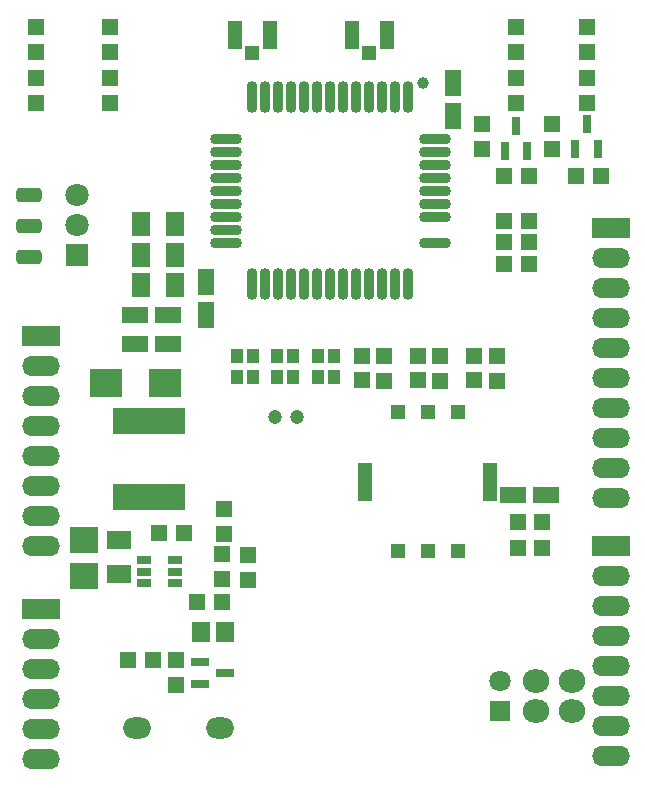
<source format=gbr>
G04*
G04 #@! TF.GenerationSoftware,Altium Limited,Altium Designer,24.2.2 (26)*
G04*
G04 Layer_Color=8388736*
%FSLAX44Y44*%
%MOMM*%
G71*
G04*
G04 #@! TF.SameCoordinates,D4777117-7EC2-4350-9FDB-5EFC8E967FA0*
G04*
G04*
G04 #@! TF.FilePolarity,Negative*
G04*
G01*
G75*
%ADD44R,1.2032X0.7532*%
%ADD45R,1.2032X0.7532*%
%ADD46O,2.4000X1.8000*%
%ADD47R,1.5032X0.8032*%
%ADD48R,0.8032X1.5032*%
%ADD49O,2.7032X0.9032*%
%ADD50O,0.9032X2.7032*%
%ADD51R,6.2032X2.2032*%
%ADD52R,1.2032X1.3032*%
%ADD53R,1.2032X3.2032*%
%ADD54R,1.2032X1.2532*%
%ADD55R,1.2532X2.4032*%
%ADD56R,1.4032X1.4032*%
%ADD57R,1.4032X2.2032*%
%ADD58R,2.2032X1.4032*%
%ADD59R,2.8032X2.4032*%
%ADD60R,2.4032X2.2032*%
%ADD61R,1.4032X1.4032*%
G04:AMPARAMS|DCode=62|XSize=1.2032mm|YSize=2.2032mm|CornerRadius=0.3516mm|HoleSize=0mm|Usage=FLASHONLY|Rotation=90.000|XOffset=0mm|YOffset=0mm|HoleType=Round|Shape=RoundedRectangle|*
%AMROUNDEDRECTD62*
21,1,1.2032,1.5000,0,0,90.0*
21,1,0.5000,2.2032,0,0,90.0*
1,1,0.7032,0.7500,0.2500*
1,1,0.7032,0.7500,-0.2500*
1,1,0.7032,-0.7500,-0.2500*
1,1,0.7032,-0.7500,0.2500*
%
%ADD62ROUNDEDRECTD62*%
%ADD63R,1.1032X1.2032*%
%ADD64R,2.0032X1.5032*%
%ADD65R,1.6032X1.7032*%
%ADD66R,1.5032X2.0032*%
%ADD67O,2.2352X1.9812*%
%ADD68O,3.2032X1.7032*%
%ADD69R,3.2032X1.7032*%
%ADD70R,1.9812X1.8542*%
%ADD71O,1.9812X1.8542*%
%ADD72C,1.2032*%
%ADD73C,1.8032*%
%ADD74R,1.8032X1.8032*%
%ADD75C,1.0032*%
D44*
X137460Y210820D02*
D03*
Y201320D02*
D03*
X111460D02*
D03*
Y210820D02*
D03*
X137460Y220320D02*
D03*
D45*
X111460Y220320D02*
D03*
D46*
X105970Y78740D02*
D03*
X175970D02*
D03*
D47*
X179750Y125120D02*
D03*
X158750Y115620D02*
D03*
Y134620D02*
D03*
D48*
X426720Y588350D02*
D03*
X436220Y567350D02*
D03*
X417220D02*
D03*
X486410Y589620D02*
D03*
X495910Y568620D02*
D03*
X476910D02*
D03*
D49*
X180740Y489400D02*
D03*
Y500400D02*
D03*
Y511400D02*
D03*
Y522400D02*
D03*
Y533400D02*
D03*
Y544400D02*
D03*
Y555400D02*
D03*
Y566400D02*
D03*
Y577400D02*
D03*
X357740D02*
D03*
Y566400D02*
D03*
Y555400D02*
D03*
Y544400D02*
D03*
Y533400D02*
D03*
Y522400D02*
D03*
Y511400D02*
D03*
Y489400D02*
D03*
D50*
X203240Y612400D02*
D03*
X214240D02*
D03*
X225240D02*
D03*
X236240D02*
D03*
X247240D02*
D03*
X258240D02*
D03*
X269240D02*
D03*
X280240D02*
D03*
X291240D02*
D03*
X302240D02*
D03*
X313240D02*
D03*
X324240D02*
D03*
X335240D02*
D03*
Y454400D02*
D03*
X324240D02*
D03*
X313240D02*
D03*
X302240D02*
D03*
X291240D02*
D03*
X280240D02*
D03*
X269240D02*
D03*
X258240D02*
D03*
X247240D02*
D03*
X236240D02*
D03*
X225240D02*
D03*
X214240D02*
D03*
X203240D02*
D03*
D51*
X115570Y338070D02*
D03*
Y274070D02*
D03*
D52*
X377190Y228020D02*
D03*
X351790D02*
D03*
X326390D02*
D03*
X377190Y346020D02*
D03*
X351790D02*
D03*
X326390D02*
D03*
D53*
X404790Y287020D02*
D03*
X298790D02*
D03*
D54*
X302260Y650240D02*
D03*
X203200Y650240D02*
D03*
D55*
X317010Y665240D02*
D03*
X287510D02*
D03*
X217950Y665240D02*
D03*
X188450D02*
D03*
D56*
X82550Y672170D02*
D03*
Y651170D02*
D03*
X20320Y672170D02*
D03*
Y651170D02*
D03*
X426720Y672170D02*
D03*
Y651170D02*
D03*
X486410Y672170D02*
D03*
Y651170D02*
D03*
X199390Y203876D02*
D03*
Y224876D02*
D03*
X343535Y372786D02*
D03*
Y393786D02*
D03*
X391160Y372786D02*
D03*
Y393786D02*
D03*
X295910Y372786D02*
D03*
Y393786D02*
D03*
X486410Y607650D02*
D03*
Y628650D02*
D03*
X426720Y607650D02*
D03*
Y628650D02*
D03*
X138430Y135890D02*
D03*
Y114890D02*
D03*
X177800Y204470D02*
D03*
Y225470D02*
D03*
X179070Y242570D02*
D03*
Y263570D02*
D03*
X82550Y628650D02*
D03*
Y607650D02*
D03*
X20320Y628650D02*
D03*
Y607650D02*
D03*
X397510Y568960D02*
D03*
X397510Y589960D02*
D03*
X457200Y568960D02*
D03*
Y589960D02*
D03*
X410210Y372110D02*
D03*
Y393110D02*
D03*
X362585Y372110D02*
D03*
Y393110D02*
D03*
X314960Y372110D02*
D03*
Y393110D02*
D03*
D57*
X373380Y596870D02*
D03*
Y624870D02*
D03*
X163830Y427960D02*
D03*
Y455960D02*
D03*
D58*
X104110Y427990D02*
D03*
X132110D02*
D03*
X104110Y403860D02*
D03*
X132110D02*
D03*
X424150Y275590D02*
D03*
X452150D02*
D03*
D59*
X79140Y370840D02*
D03*
X129140D02*
D03*
D60*
X60960Y207250D02*
D03*
Y237250D02*
D03*
D61*
X145374Y243840D02*
D03*
X124374D02*
D03*
X448904Y231140D02*
D03*
X427904D02*
D03*
X448904Y252730D02*
D03*
X427904D02*
D03*
X119330Y135890D02*
D03*
X98330D02*
D03*
X156260Y185420D02*
D03*
X177260D02*
D03*
X416610Y546100D02*
D03*
X437610D02*
D03*
X477570D02*
D03*
X498570D02*
D03*
X416610Y471170D02*
D03*
X437610Y471170D02*
D03*
X416610Y489585D02*
D03*
X437610D02*
D03*
X416610Y508000D02*
D03*
X437610Y508000D02*
D03*
D62*
X13970Y477520D02*
D03*
Y503555D02*
D03*
Y529590D02*
D03*
D63*
X272580Y393700D02*
D03*
X259080D02*
D03*
X203600Y375920D02*
D03*
X190100D02*
D03*
X272580D02*
D03*
X259080D02*
D03*
X203600Y393700D02*
D03*
X190100D02*
D03*
X238090D02*
D03*
X224590D02*
D03*
X238090Y375920D02*
D03*
X224590D02*
D03*
D64*
X90170Y238020D02*
D03*
Y209020D02*
D03*
D65*
X160180Y160020D02*
D03*
X180180D02*
D03*
D66*
X137690Y453390D02*
D03*
X108690Y453390D02*
D03*
X137690Y478790D02*
D03*
X108690D02*
D03*
X137690Y505460D02*
D03*
X108690D02*
D03*
D67*
X473710Y92710D02*
D03*
Y118110D02*
D03*
X443230Y92710D02*
D03*
Y118110D02*
D03*
D68*
X24130Y232410D02*
D03*
Y257810D02*
D03*
Y283210D02*
D03*
Y308610D02*
D03*
Y334010D02*
D03*
Y359410D02*
D03*
Y384810D02*
D03*
X506730Y207010D02*
D03*
Y181610D02*
D03*
Y156210D02*
D03*
Y130810D02*
D03*
Y105410D02*
D03*
Y80010D02*
D03*
Y54610D02*
D03*
X24130Y52070D02*
D03*
Y77470D02*
D03*
Y102870D02*
D03*
Y128270D02*
D03*
Y153670D02*
D03*
X506730Y476250D02*
D03*
Y450850D02*
D03*
Y425450D02*
D03*
Y400050D02*
D03*
Y374650D02*
D03*
Y349250D02*
D03*
Y323850D02*
D03*
Y298450D02*
D03*
Y273050D02*
D03*
D69*
X24130Y410210D02*
D03*
X506730Y232410D02*
D03*
X24130Y179070D02*
D03*
X506730Y501650D02*
D03*
D70*
X54610Y478790D02*
D03*
D71*
Y504190D02*
D03*
Y529590D02*
D03*
D72*
X222250Y341630D02*
D03*
X241300D02*
D03*
D73*
X412750Y118110D02*
D03*
D74*
Y92710D02*
D03*
D75*
X347980Y624840D02*
D03*
M02*

</source>
